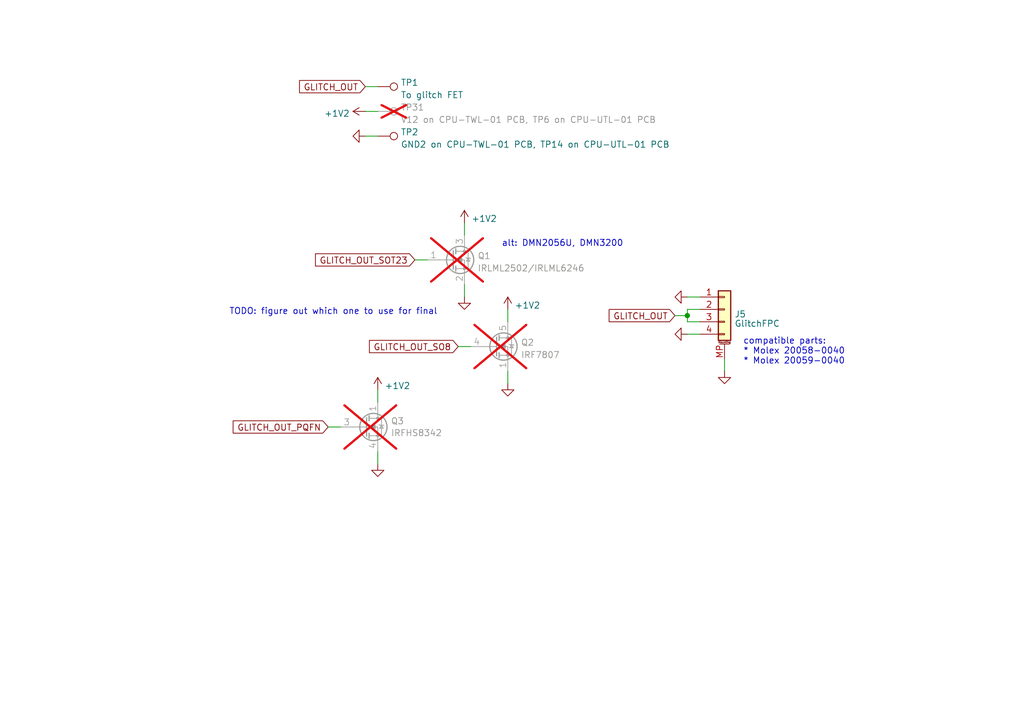
<source format=kicad_sch>
(kicad_sch (version 20231120) (generator "eeschema") (generator_version "8.0")
  (paper "A5")
  (lib_symbols
    (symbol "Connector:TestPoint" (pin_numbers hide) (pin_names (offset 0.762) hide)
      (property "Reference" "TP" (at 0 6.858 0))
      (property "Value" "TestPoint" (at 0 5.08 0))
      (symbol "TestPoint_0_1"
        (circle (center 0 3.302) (radius 0.762))
      )
      (symbol "TestPoint_1_1"
        (pin passive line (at 0 0 90) (length 2.54) (name "1") (number "1"))
      )
    )
    (symbol "Connector_Generic_MountingPin:Conn_01x04_MountingPin" (pin_names (offset 1.016) hide)
      (property "Reference" "J" (at 0 5.08 0))
      (property "Value" "Conn_01x04_MountingPin" (at 1.27 -7.62 0))
      (symbol "Conn_01x04_MountingPin_1_1"
        (rectangle (start -1.27 -4.953) (end 0 -5.207) (stroke (width 0.1524)))
        (rectangle (start -1.27 -2.413) (end 0 -2.667) (stroke (width 0.1524)))
        (rectangle (start -1.27 0.127) (end 0 -0.127) (stroke (width 0.1524)))
        (rectangle (start -1.27 2.667) (end 0 2.413) (stroke (width 0.1524)))
        (rectangle (start -1.27 3.81) (end 1.27 -6.35) (stroke (width 0.254)) (fill (type background)))
        (polyline (pts (xy -1.016 -7.112) (xy 1.016 -7.112)) (stroke (width 0.1524)))
        (text "Mounting" (at 0 -6.731 0) (effects (font (size 0.381 0.381))))
        (pin passive line (at -5.08 2.54 0) (length 3.81) (name "Pin_1") (number "1"))
        (pin passive line (at -5.08 0 0) (length 3.81) (name "Pin_2") (number "2"))
        (pin passive line (at -5.08 -2.54 0) (length 3.81) (name "Pin_3") (number "3"))
        (pin passive line (at -5.08 -5.08 0) (length 3.81) (name "Pin_4") (number "4"))
        (pin passive line (at 0 -10.16 90) (length 3.048) (name "MountPin") (number "MP"))
      )
    )
    (symbol "Device:Q_NMOS_GSD" (pin_names (offset 0) hide)
      (property "Reference" "Q" (at 5.08 1.27 0))
      (property "Value" "Q_NMOS_GSD" (at 5.08 -1.27 0))
      (symbol "Q_NMOS_GSD_0_1"
        (polyline (pts (xy 0.254 0) (xy -2.54 0)))
        (polyline (pts (xy 0.254 1.905) (xy 0.254 -1.905)) (stroke (width 0.254)))
        (polyline (pts (xy 0.762 -1.27) (xy 0.762 -2.286)) (stroke (width 0.254)))
        (polyline (pts (xy 0.762 0.508) (xy 0.762 -0.508)) (stroke (width 0.254)))
        (polyline (pts (xy 0.762 2.286) (xy 0.762 1.27)) (stroke (width 0.254)))
        (polyline (pts (xy 2.54 2.54) (xy 2.54 1.778)))
        (polyline (pts (xy 2.54 -2.54) (xy 2.54 0) (xy 0.762 0)))
        (polyline (pts (xy 0.762 -1.778) (xy 3.302 -1.778) (xy 3.302 1.778) (xy 0.762 1.778)))
        (polyline (pts (xy 1.016 0) (xy 2.032 0.381) (xy 2.032 -0.381) (xy 1.016 0)) (fill (type outline)))
        (polyline (pts (xy 2.794 0.508) (xy 2.921 0.381) (xy 3.683 0.381) (xy 3.81 0.254)))
        (polyline (pts (xy 3.302 0.381) (xy 2.921 -0.254) (xy 3.683 -0.254) (xy 3.302 0.381)))
        (circle (center 1.651 0) (radius 2.794) (stroke (width 0.254)))
        (circle (center 2.54 -1.778) (radius 0.254) (fill (type outline)))
        (circle (center 2.54 1.778) (radius 0.254) (fill (type outline)))
      )
      (symbol "Q_NMOS_GSD_1_1"
        (pin input line (at -5.08 0 0) (length 2.54) (name "G") (number "1"))
        (pin passive line (at 2.54 -5.08 90) (length 2.54) (name "S") (number "2"))
        (pin passive line (at 2.54 5.08 270) (length 2.54) (name "D") (number "3"))
      )
    )
    (symbol "Transistor_FET:IRF8721PBF-1" (pin_names hide)
      (property "Reference" "Q" (at 5.08 2.54 0))
      (property "Value" "IRF8721PBF-1" (at 5.08 0 0))
      (symbol "IRF8721PBF-1_0_1"
        (polyline (pts (xy 0.254 0) (xy -2.54 0)))
        (polyline (pts (xy 0.254 1.905) (xy 0.254 -1.905)) (stroke (width 0.254)))
        (polyline (pts (xy 0.762 -1.27) (xy 0.762 -2.286)) (stroke (width 0.254)))
        (polyline (pts (xy 0.762 0.508) (xy 0.762 -0.508)) (stroke (width 0.254)))
        (polyline (pts (xy 0.762 2.286) (xy 0.762 1.27)) (stroke (width 0.254)))
        (polyline (pts (xy 2.54 2.54) (xy 2.54 1.778)))
        (polyline (pts (xy 2.54 -2.54) (xy 2.54 0) (xy 0.762 0)))
        (polyline (pts (xy 0.762 -1.778) (xy 3.302 -1.778) (xy 3.302 1.778) (xy 0.762 1.778)))
        (polyline (pts (xy 1.016 0) (xy 2.032 0.381) (xy 2.032 -0.381) (xy 1.016 0)) (fill (type outline)))
        (polyline (pts (xy 2.794 0.508) (xy 2.921 0.381) (xy 3.683 0.381) (xy 3.81 0.254)))
        (polyline (pts (xy 3.302 0.381) (xy 2.921 -0.254) (xy 3.683 -0.254) (xy 3.302 0.381)))
        (circle (center 1.651 0) (radius 2.794) (stroke (width 0.254)))
        (circle (center 2.54 -1.778) (radius 0.254) (fill (type outline)))
        (circle (center 2.54 1.778) (radius 0.254) (fill (type outline)))
      )
      (symbol "IRF8721PBF-1_1_1"
        (pin passive line (at 2.54 -5.08 90) (length 2.54) (name "S") (number "1"))
        (pin passive line (at 2.54 -5.08 90) (length 2.54) hide (name "S") (number "2"))
        (pin passive line (at 2.54 -5.08 90) (length 2.54) hide (name "S") (number "3"))
        (pin input line (at -5.08 0 0) (length 2.54) (name "G") (number "4"))
        (pin passive line (at 2.54 5.08 270) (length 2.54) (name "D") (number "5"))
        (pin passive line (at 2.54 5.08 270) (length 2.54) hide (name "D") (number "6"))
        (pin passive line (at 2.54 5.08 270) (length 2.54) hide (name "D") (number "7"))
        (pin passive line (at 2.54 5.08 270) (length 2.54) hide (name "D") (number "8"))
      )
    )
    (symbol "dsi:IRFHS8342PbF" (pin_names hide)
      (property "Reference" "Q" (at 3.81 3.81 0))
      (property "Value" "IRFHS8342PbF" (at 0 0 0))
      (symbol "IRFHS8342PbF_0_1"
        (polyline (pts (xy -1.016 0) (xy -3.81 0)))
        (polyline (pts (xy -1.016 1.905) (xy -1.016 -1.905)) (stroke (width 0.254)))
        (polyline (pts (xy -0.508 -1.27) (xy -0.508 -2.286)) (stroke (width 0.254)))
        (polyline (pts (xy -0.508 0.508) (xy -0.508 -0.508)) (stroke (width 0.254)))
        (polyline (pts (xy -0.508 2.286) (xy -0.508 1.27)) (stroke (width 0.254)))
        (polyline (pts (xy 1.27 2.54) (xy 1.27 1.778)))
        (polyline (pts (xy 1.27 -2.54) (xy 1.27 0) (xy -0.508 0)))
        (polyline (pts (xy -0.508 -1.778) (xy 2.032 -1.778) (xy 2.032 1.778) (xy -0.508 1.778)))
        (polyline (pts (xy -0.254 0) (xy 0.762 0.381) (xy 0.762 -0.381) (xy -0.254 0)) (fill (type outline)))
        (polyline (pts (xy 1.524 0.508) (xy 1.651 0.381) (xy 2.413 0.381) (xy 2.54 0.254)))
        (polyline (pts (xy 2.032 0.381) (xy 1.651 -0.254) (xy 2.413 -0.254) (xy 2.032 0.381)))
        (circle (center 0.381 0) (radius 2.794) (stroke (width 0.254)))
        (circle (center 1.27 -1.778) (radius 0.254) (fill (type outline)))
        (circle (center 1.27 1.778) (radius 0.254) (fill (type outline)))
      )
      (symbol "IRFHS8342PbF_1_1"
        (pin passive line (at 1.27 5.08 270) (length 2.54) (name "D") (number "1"))
        (pin passive line (at 1.27 5.08 270) (length 2.54) hide (name "D") (number "2"))
        (pin passive line (at -6.35 0 0) (length 2.54) (name "G") (number "3"))
        (pin passive line (at 1.27 -5.08 90) (length 2.54) (name "S") (number "4"))
        (pin passive line (at 1.27 5.08 270) (length 2.54) hide (name "D") (number "5"))
        (pin passive line (at 1.27 5.08 270) (length 2.54) hide (name "D") (number "6"))
        (pin passive line (at 1.27 5.08 270) (length 2.54) hide (name "D") (number "7"))
        (pin passive line (at 1.27 -5.08 90) (length 2.54) hide (name "S") (number "8"))
      )
    )
    (symbol "power:+1V2" (power) (pin_numbers hide) (pin_names (offset 0) hide)
      (property "Value" "+1V2" (at 0 3.556 0))
      (symbol "+1V2_0_1"
        (polyline (pts (xy -0.762 1.27) (xy 0 2.54)))
        (polyline (pts (xy 0 0) (xy 0 2.54)))
        (polyline (pts (xy 0 2.54) (xy 0.762 1.27)))
      )
      (symbol "+1V2_1_1"
        (pin power_in line (at 0 0 90) (length 0) (name "~") (number "1"))
      )
    )
    (symbol "power:GND" (power) (pin_numbers hide) (pin_names (offset 0) hide)
      (property "Value" "GND" (at 0 -3.81 0))
      (symbol "GND_0_1"
        (polyline (pts (xy 0 0) (xy 0 -1.27) (xy 1.27 -1.27) (xy 0 -2.54) (xy -1.27 -1.27) (xy 0 -1.27)))
      )
      (symbol "GND_1_1"
        (pin power_in line (at 0 0 270) (length 0) (name "~") (number "1"))
      )
    )
  )
  (junction (at 140.97 64.77))
  (wire (pts (xy 138.43 64.77) (xy 140.97 64.77)))
  (wire (pts (xy 140.97 64.77) (xy 140.97 66.04)))
  (wire (pts (xy 77.47 92.71) (xy 77.47 95.25)))
  (wire (pts (xy 140.97 68.58) (xy 143.51 68.58)))
  (wire (pts (xy 77.47 80.01) (xy 77.47 82.55)))
  (wire (pts (xy 140.97 66.04) (xy 143.51 66.04)))
  (wire (pts (xy 104.14 63.5) (xy 104.14 66.04)))
  (wire (pts (xy 93.98 71.12) (xy 96.52 71.12)))
  (wire (pts (xy 143.51 63.5) (xy 140.97 63.5)))
  (wire (pts (xy 104.14 76.2) (xy 104.14 78.74)))
  (wire (pts (xy 67.31 87.63) (xy 69.85 87.63)))
  (wire (pts (xy 95.25 58.42) (xy 95.25 60.96)))
  (wire (pts (xy 140.97 60.96) (xy 143.51 60.96)))
  (wire (pts (xy 74.93 17.78) (xy 77.47 17.78)))
  (wire (pts (xy 74.93 27.94) (xy 77.47 27.94)))
  (wire (pts (xy 140.97 63.5) (xy 140.97 64.77)))
  (wire (pts (xy 85.09 53.34) (xy 87.63 53.34)))
  (wire (pts (xy 148.59 73.66) (xy 148.59 76.2)))
  (wire (pts (xy 74.93 22.86) (xy 77.47 22.86)))
  (wire (pts (xy 95.25 45.72) (xy 95.25 48.26)))
  (text "TODO: figure out which one to use for final" (at 46.99 64.77 0) (effects (font (size 1.27 1.27)) (justify left bottom)))
  (text "alt: DMN2056U, DMN3200" (at 102.87 50.8 0) (effects (font (size 1.27 1.27)) (justify left bottom)))
  (text "compatible parts:\n* Molex 20058-0040\n* Molex 20059-0040" (at 152.4 74.93 0) (effects (font (size 1.27 1.27)) (justify left bottom)))
  (global_label "GLITCH_OUT" (shape input) (at 138.43 64.77 180) (property "Intersheetrefs" "${INTERSHEET_REFS}" (effects (hide yes))))
  (global_label "GLITCH_OUT_SO8" (shape input) (at 93.98 71.12 180) (property "Intersheetrefs" "${INTERSHEET_REFS}" (effects (hide yes))))
  (global_label "GLITCH_OUT" (shape input) (at 74.93 17.78 180) (property "Intersheetrefs" "${INTERSHEET_REFS}" (effects (hide yes))))
  (global_label "GLITCH_OUT_SOT23" (shape input) (at 85.09 53.34 180) (property "Intersheetrefs" "${INTERSHEET_REFS}" (effects (hide yes))))
  (global_label "GLITCH_OUT_PQFN" (shape input) (at 67.31 87.63 180) (property "Intersheetrefs" "${INTERSHEET_REFS}" (effects (hide yes))))
  (symbol (lib_id "Device:Q_NMOS_GSD") (at 92.71 53.34 0) (unit 1) (in_bom no) (on_board no) (dnp yes)
    (property "Reference" "Q1" (at 97.917 52.5053 0) (effects (justify left)))
    (property "Value" "IRLML2502/IRLML6246" (at 97.917 55.0422 0) (effects (justify left)))
    (property "Footprint" "Package_TO_SOT_SMD:SOT-23" (effects (hide yes)))
  )
  (symbol (lib_id "power:GND") (at 77.47 95.25 0) (mirror y) (unit 1)
    (property "Reference" "#PWR022" (effects (hide yes)))
    (property "Value" "GND" (effects (hide yes)))
  )
  (symbol (lib_id "Connector:TestPoint") (at 77.47 17.78 270) (unit 1) (in_bom no)
    (property "Reference" "TP1" (at 82.169 16.9453 90) (effects (justify left)))
    (property "Value" "To glitch FET" (at 82.169 19.4822 90) (effects (justify left)))
    (property "Footprint" "TestPoint:TestPoint_Pad_D2.0mm" (effects (hide yes)))
  )
  (symbol (lib_id "power:GND") (at 95.25 60.96 0) (mirror y) (unit 1)
    (property "Reference" "#PWR045" (effects (hide yes)))
    (property "Value" "GND" (effects (hide yes)))
  )
  (symbol (lib_id "power:GND") (at 140.97 68.58 270) (mirror x) (unit 1)
    (property "Reference" "#PWR056" (effects (hide yes)))
    (property "Value" "GND" (effects (hide yes)))
  )
  (symbol (lib_id "power:GND") (at 104.14 78.74 0) (mirror y) (unit 1)
    (property "Reference" "#PWR044" (effects (hide yes)))
    (property "Value" "GND" (effects (hide yes)))
  )
  (symbol (lib_id "Connector:TestPoint") (at 77.47 22.86 270) (unit 1) (in_bom no) (on_board no) (dnp yes)
    (property "Reference" "TP31" (at 82.169 22.0253 90) (effects (justify left)))
    (property "Value" "V12 on CPU-TWL-01 PCB, TP6 on CPU-UTL-01 PCB" (at 82.169 24.5622 90) (effects (justify left)))
    (property "Footprint" "TestPoint:TestPoint_Pad_D2.0mm" (effects (hide yes)))
  )
  (symbol (lib_id "power:+1V2") (at 77.47 80.01 0) (unit 1)
    (property "Reference" "#PWR021" (effects (hide yes)))
    (property "Value" "+1V2" (at 78.867 79.1738 0) (effects (justify left)))
  )
  (symbol (lib_id "power:+1V2") (at 95.25 45.72 0) (unit 1)
    (property "Reference" "#PWR0165" (effects (hide yes)))
    (property "Value" "+1V2" (at 96.647 44.8838 0) (effects (justify left)))
  )
  (symbol (lib_id "Connector:TestPoint") (at 77.47 27.94 270) (unit 1) (in_bom no)
    (property "Reference" "TP2" (at 82.169 27.1053 90) (effects (justify left)))
    (property "Value" "GND2 on CPU-TWL-01 PCB, TP14 on CPU-UTL-01 PCB" (at 82.169 29.6422 90) (effects (justify left)))
    (property "Footprint" "TestPoint:TestPoint_Pad_D2.0mm" (effects (hide yes)))
  )
  (symbol (lib_id "dsi:IRFHS8342PbF") (at 76.2 87.63 0) (unit 1) (in_bom no) (on_board no) (dnp yes)
    (property "Reference" "Q3" (at 80.137 86.4178 0) (effects (justify left)))
    (property "Value" "IRFHS8342" (at 80.137 88.8421 0) (effects (justify left)))
    (property "Footprint" "footprints:PQFN6_2X2_INF" (effects (hide yes)))
    (property "Datasheet" "https://www.infineon.com/dgdl/irfhs8342pbf.pdf?fileId=5546d462533600a401535623992e1f5f" (effects (hide yes)))
    (property "Description" "HEXFET Power MOSFET" (effects (hide yes)))
  )
  (symbol (lib_id "power:+1V2") (at 74.93 22.86 90) (unit 1)
    (property "Reference" "#PWR0164" (effects (hide yes)))
    (property "Value" "+1V2" (at 71.755 23.2938 90) (effects (justify left)))
  )
  (symbol (lib_id "power:GND") (at 148.59 76.2 0) (mirror y) (unit 1)
    (property "Reference" "#PWR046" (effects (hide yes)))
    (property "Value" "GND" (effects (hide yes)))
  )
  (symbol (lib_id "Connector_Generic_MountingPin:Conn_01x04_MountingPin") (at 148.59 63.5 0) (unit 1)
    (property "Reference" "J5" (at 150.622 64.4819 0) (effects (justify left)))
    (property "Value" "GlitchFPC" (at 150.622 66.4029 0) (effects (justify left)))
    (property "Footprint" "Connector_FFC-FPC:Molex_200528-0040_1x04-1MP_P1.00mm_Horizontal" (effects (hide yes)))
    (property "Farnell" "3500399" (effects (hide yes)))
    (property "Mouser" "538-200528-0040" (effects (hide yes)))
  )
  (symbol (lib_id "power:GND") (at 74.93 27.94 270) (mirror x) (unit 1)
    (property "Reference" "#PWR055" (effects (hide yes)))
    (property "Value" "GND" (effects (hide yes)))
  )
  (symbol (lib_id "Transistor_FET:IRF8721PBF-1") (at 101.6 71.12 0) (unit 1) (in_bom no) (on_board no) (dnp yes)
    (property "Reference" "Q2" (at 106.807 70.2853 0) (effects (justify left)))
    (property "Value" "IRF7807" (at 106.807 72.8222 0) (effects (justify left)))
    (property "Footprint" "Package_SO:SOIC-8_3.9x4.9mm_P1.27mm" (effects (hide yes)))
    (property "Datasheet" "http://www.irf.com/product-info/datasheets/data/irf8721pbf-1.pdf" (effects (hide yes)))
  )
  (symbol (lib_id "power:GND") (at 140.97 60.96 270) (unit 1)
    (property "Reference" "#PWR057" (effects (hide yes)))
    (property "Value" "GND" (effects (hide yes)))
  )
  (symbol (lib_id "power:+1V2") (at 104.14 63.5 0) (unit 1)
    (property "Reference" "#PWR0166" (effects (hide yes)))
    (property "Value" "+1V2" (at 105.537 62.6638 0) (effects (justify left)))
  )
)
</source>
